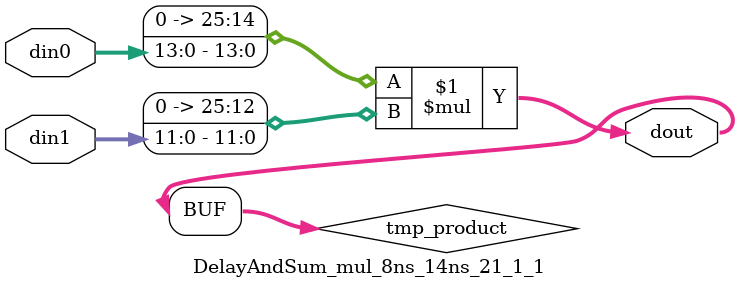
<source format=v>

`timescale 1 ns / 1 ps

 module DelayAndSum_mul_8ns_14ns_21_1_1(din0, din1, dout);
parameter ID = 1;
parameter NUM_STAGE = 0;
parameter din0_WIDTH = 14;
parameter din1_WIDTH = 12;
parameter dout_WIDTH = 26;

input [din0_WIDTH - 1 : 0] din0; 
input [din1_WIDTH - 1 : 0] din1; 
output [dout_WIDTH - 1 : 0] dout;

wire signed [dout_WIDTH - 1 : 0] tmp_product;
























assign tmp_product = $signed({1'b0, din0}) * $signed({1'b0, din1});











assign dout = tmp_product;





















endmodule

</source>
